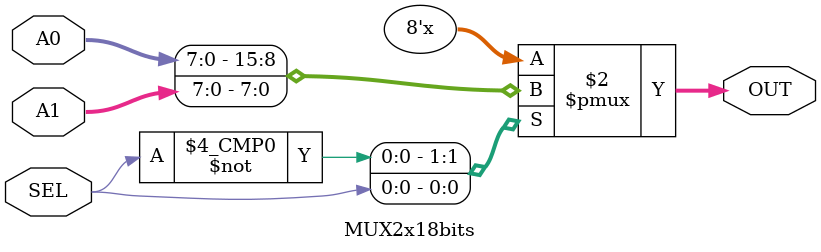
<source format=v>
`timescale 1ns / 1ps
module MUX2x18bits(A0,A1,SEL,OUT);
	input [7:0] A0,A1;
	input SEL;
	output reg [7:0] OUT;
	
	always @(A0 or A1 or SEL)
		case (SEL)
			1'b0: OUT=A0;
			1'b1: OUT=A1;
		endcase


endmodule

</source>
